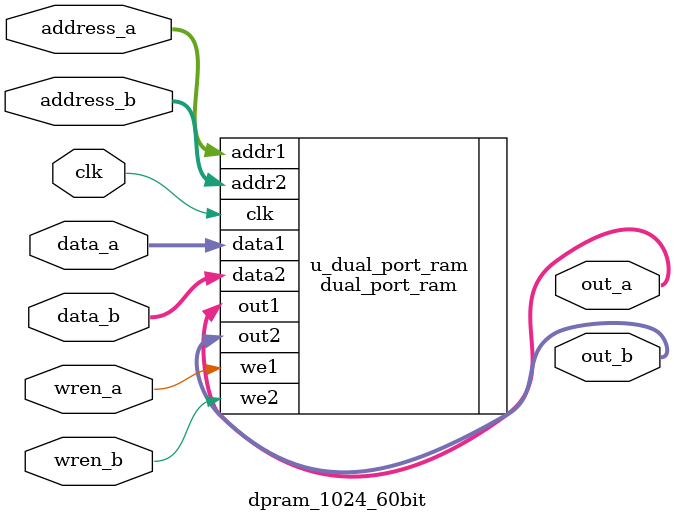
<source format=v>
module dpram_1024_60bit (
    clk,
    address_a,
    address_b,
    wren_a,
    wren_b,
    data_a,
    data_b,
    out_a,
    out_b
);
parameter AWIDTH=10;
parameter NUM_WORDS=1024;
parameter DWIDTH=60;
input clk;
input [(AWIDTH-1):0] address_a;
input [(AWIDTH-1):0] address_b;
input  wren_a;
input  wren_b;
input [(DWIDTH-1):0] data_a;
input [(DWIDTH-1):0] data_b;
output reg [(DWIDTH-1):0] out_a;
output reg [(DWIDTH-1):0] out_b;

`ifdef SIMULATION_MEMORY

reg [DWIDTH-1:0] ram[NUM_WORDS-1:0];
always @ (posedge clk) begin 
  if (wren_a) begin
      ram[address_a] <= data_a;
  end
  else begin
      out_a <= ram[address_a];
  end
end
  
always @ (posedge clk) begin 
  if (wren_b) begin
      ram[address_b] <= data_b;
  end 
  else begin
      out_b <= ram[address_b];
  end
end

`else

dual_port_ram u_dual_port_ram(
.addr1(address_a),
.we1(wren_a),
.data1(data_a),
.out1(out_a),
.addr2(address_b),
.we2(wren_b),
.data2(data_b),
.out2(out_b),
.clk(clk)
);

`endif
endmodule

</source>
